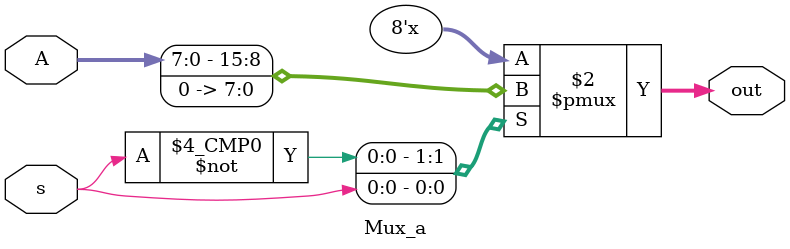
<source format=v>
`timescale 1ns / 1ps
module Mux_a(A, s, out);
	input [7:0] A;
	input s;
	output [7:0] out;
	
	reg [7:0] out;
	
	always @(s, A)
		case(s)
			'b0: out = A;
			'b1: out = 'b00000000;
		endcase
endmodule

</source>
